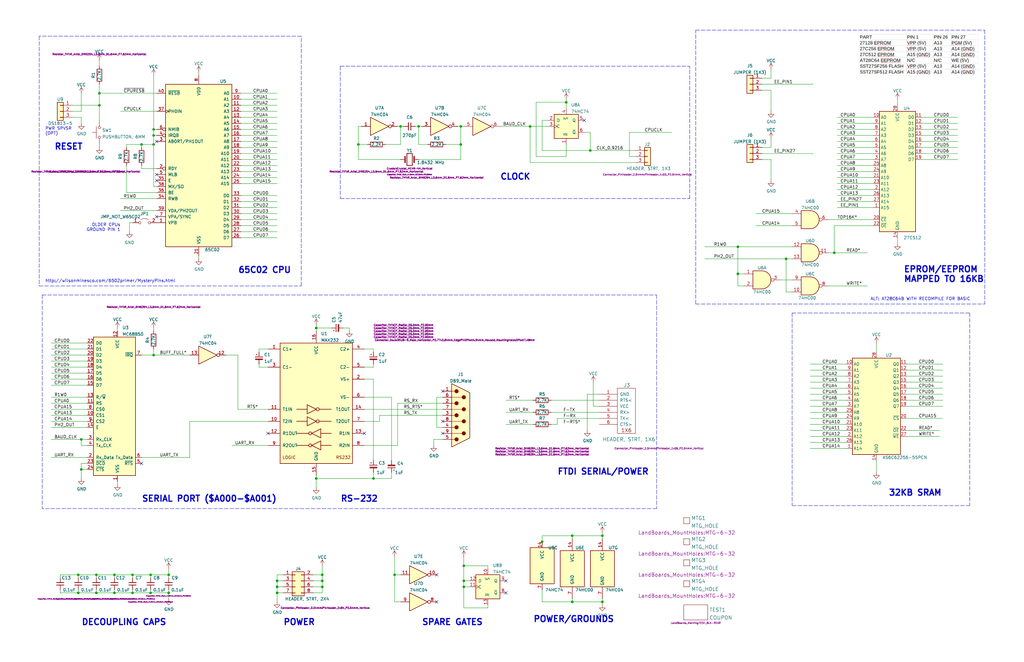
<source format=kicad_sch>
(kicad_sch (version 20211123) (generator eeschema)
  (paper "B")
  (title_block (title "SIMPLE-6502") (date "2022-09-11") (rev "1") (company "Land Boards LLC"))
  (junction (at 64.77 60.96))
  (junction (at 351.79 106.68))
  (junction (at 157.48 201.93))
  (junction (at 41.91 44.45))
  (junction (at 133.35 138.43))
  (junction (at 135.89 247.65))
  (junction (at 71.12 250.19))
  (junction (at 241.3 254))
  (junction (at 34.29 198.12))
  (junction (at 55.88 242.57))
  (junction (at 195.58 245.11))
  (junction (at 33.02 250.19))
  (junction (at 195.58 247.65))
  (junction (at 248.92 63.5))
  (junction (at 33.02 242.57))
  (junction (at 241.3 226.06))
  (junction (at 71.12 242.57))
  (junction (at 254 226.06))
  (junction (at 166.37 242.57))
  (junction (at 331.47 109.22))
  (junction (at 194.31 53.34))
  (junction (at 135.89 242.57))
  (junction (at 59.69 60.96))
  (junction (at 64.77 149.86))
  (junction (at 195.58 238.76))
  (junction (at 64.77 57.15))
  (junction (at 116.84 250.19))
  (junction (at 168.91 53.34))
  (junction (at 48.26 250.19))
  (junction (at 48.26 242.57))
  (junction (at 40.64 242.57))
  (junction (at 41.91 39.37))
  (junction (at 133.35 201.93))
  (junction (at 116.84 245.11))
  (junction (at 135.89 245.11))
  (junction (at 63.5 242.57))
  (junction (at 116.84 247.65))
  (junction (at 64.77 54.61))
  (junction (at 223.52 53.34))
  (junction (at 151.13 60.96))
  (junction (at 63.5 250.19))
  (junction (at 40.64 250.19))
  (junction (at 238.76 43.18))
  (junction (at 194.31 60.96))
  (junction (at 311.15 104.14))
  (junction (at 34.29 185.42))
  (junction (at 55.88 250.19))
  (junction (at 254 254))
  (junction (at 176.53 53.34))
  (junction (at 228.6 228.6))
  (junction (at 311.15 115.57))
  (no_connect (at 184.15 242.57))
  (no_connect (at 184.15 254))
  (no_connect (at 213.36 245.11))
  (no_connect (at 213.36 250.19))
  (no_connect (at 246.38 50.8))
  (no_connect (at 59.69 195.58))
  (no_connect (at 66.04 59.69))
  (no_connect (at 66.04 91.44))
  (no_connect (at 66.04 73.66))
  (no_connect (at 66.04 76.2))
  (no_connect (at 186.69 182.88))
  (no_connect (at 186.69 177.8))
  (no_connect (at 186.69 165.1))
  (no_connect (at 113.03 182.88))
  (no_connect (at 153.67 182.88))
  (wire (pts (xy 353.06 74.93) (xy 368.3 74.93)))
  (wire (pts (xy 48.26 242.57) (xy 48.26 243.84)))
  (wire (pts (xy 135.89 247.65) (xy 135.89 245.11)))
  (wire (pts (xy 267.97 66.04) (xy 265.43 66.04)))
  (wire (pts (xy 176.53 53.34) (xy 175.26 53.34)))
  (wire (pts (xy 101.6 57.15) (xy 116.84 57.15)))
  (polyline (pts (xy 293.37 12.7) (xy 415.29 12.7)))
  (wire (pts (xy 241.3 254) (xy 241.3 252.73)))
  (wire (pts (xy 153.67 154.94) (xy 157.48 154.94)))
  (wire (pts (xy 168.91 67.31) (xy 151.13 67.31)))
  (wire (pts (xy 153.67 172.72) (xy 186.69 172.72)))
  (wire (pts (xy 353.06 80.01) (xy 368.3 80.01)))
  (wire (pts (xy 97.79 187.96) (xy 113.03 187.96)))
  (wire (pts (xy 71.12 243.84) (xy 71.12 242.57)))
  (wire (pts (xy 101.6 97.79) (xy 116.84 97.79)))
  (wire (pts (xy 101.6 69.85) (xy 116.84 69.85)))
  (wire (pts (xy 223.52 68.58) (xy 223.52 53.34)))
  (wire (pts (xy 101.6 62.23) (xy 116.84 62.23)))
  (wire (pts (xy 116.84 250.19) (xy 116.84 254)))
  (wire (pts (xy 160.02 177.8) (xy 153.67 177.8)))
  (wire (pts (xy 21.59 175.26) (xy 36.83 175.26)))
  (wire (pts (xy 349.25 106.68) (xy 351.79 106.68)))
  (wire (pts (xy 349.25 92.71) (xy 368.3 92.71)))
  (wire (pts (xy 49.53 138.43) (xy 49.53 139.7)))
  (polyline (pts (xy 334.01 132.08) (xy 408.94 132.08)))
  (wire (pts (xy 318.77 95.25) (xy 334.01 95.25)))
  (wire (pts (xy 34.29 39.37) (xy 34.29 46.99)))
  (wire (pts (xy 80.01 177.8) (xy 113.03 177.8)))
  (wire (pts (xy 369.57 194.31) (xy 369.57 199.39)))
  (wire (pts (xy 54.61 93.98) (xy 54.61 97.79)))
  (wire (pts (xy 66.04 71.12) (xy 59.69 71.12)))
  (wire (pts (xy 241.3 226.06) (xy 228.6 226.06)))
  (wire (pts (xy 353.06 77.47) (xy 368.3 77.47)))
  (wire (pts (xy 40.64 242.57) (xy 40.64 243.84)))
  (wire (pts (xy 341.63 179.07) (xy 356.87 179.07)))
  (wire (pts (xy 30.48 44.45) (xy 41.91 44.45)))
  (wire (pts (xy 382.27 166.37) (xy 397.51 166.37)))
  (wire (pts (xy 176.53 60.96) (xy 180.34 60.96)))
  (wire (pts (xy 48.26 242.57) (xy 40.64 242.57)))
  (wire (pts (xy 168.91 53.34) (xy 168.91 60.96)))
  (wire (pts (xy 252.73 166.37) (xy 247.65 166.37)))
  (polyline (pts (xy 16.51 120.65) (xy 127 120.65)))
  (wire (pts (xy 213.36 173.99) (xy 224.79 173.99)))
  (wire (pts (xy 135.89 242.57) (xy 135.89 238.76)))
  (wire (pts (xy 71.12 248.92) (xy 71.12 250.19)))
  (wire (pts (xy 168.91 53.34) (xy 167.64 53.34)))
  (wire (pts (xy 231.14 50.8) (xy 228.6 50.8)))
  (wire (pts (xy 248.92 55.88) (xy 246.38 55.88)))
  (wire (pts (xy 59.69 149.86) (xy 64.77 149.86)))
  (wire (pts (xy 119.38 242.57) (xy 116.84 242.57)))
  (wire (pts (xy 177.8 53.34) (xy 176.53 53.34)))
  (wire (pts (xy 41.91 25.4) (xy 41.91 27.94)))
  (wire (pts (xy 321.31 38.1) (xy 325.12 38.1)))
  (wire (pts (xy 34.29 185.42) (xy 36.83 185.42)))
  (wire (pts (xy 341.63 181.61) (xy 356.87 181.61)))
  (polyline (pts (xy 334.01 132.08) (xy 334.01 213.36)))
  (wire (pts (xy 49.53 203.2) (xy 49.53 204.47)))
  (wire (pts (xy 41.91 60.96) (xy 41.91 62.23)))
  (wire (pts (xy 388.62 54.61) (xy 403.86 54.61)))
  (wire (pts (xy 250.19 161.29) (xy 250.19 171.45)))
  (wire (pts (xy 25.4 250.19) (xy 33.02 250.19)))
  (wire (pts (xy 341.63 156.21) (xy 356.87 156.21)))
  (wire (pts (xy 21.59 152.4) (xy 36.83 152.4)))
  (wire (pts (xy 160.02 175.26) (xy 160.02 177.8)))
  (wire (pts (xy 30.48 46.99) (xy 34.29 46.99)))
  (wire (pts (xy 151.13 60.96) (xy 154.94 60.96)))
  (wire (pts (xy 368.3 95.25) (xy 351.79 95.25)))
  (wire (pts (xy 133.35 138.43) (xy 133.35 139.7)))
  (wire (pts (xy 64.77 147.32) (xy 64.77 149.86)))
  (wire (pts (xy 254 252.73) (xy 254 254)))
  (wire (pts (xy 328.93 118.11) (xy 334.01 118.11)))
  (wire (pts (xy 223.52 53.34) (xy 210.82 53.34)))
  (wire (pts (xy 34.29 198.12) (xy 36.83 198.12)))
  (wire (pts (xy 238.76 60.96) (xy 238.76 66.04)))
  (wire (pts (xy 228.6 228.6) (xy 228.6 229.87)))
  (wire (pts (xy 388.62 57.15) (xy 403.86 57.15)))
  (wire (pts (xy 353.06 52.07) (xy 368.3 52.07)))
  (wire (pts (xy 116.84 245.11) (xy 119.38 245.11)))
  (wire (pts (xy 64.77 57.15) (xy 66.04 57.15)))
  (wire (pts (xy 34.29 195.58) (xy 34.29 198.12)))
  (wire (pts (xy 25.4 242.57) (xy 33.02 242.57)))
  (wire (pts (xy 382.27 161.29) (xy 397.51 161.29)))
  (wire (pts (xy 195.58 234.95) (xy 195.58 238.76)))
  (wire (pts (xy 63.5 248.92) (xy 63.5 250.19)))
  (wire (pts (xy 213.36 179.07) (xy 224.79 179.07)))
  (wire (pts (xy 109.22 153.67) (xy 109.22 154.94)))
  (wire (pts (xy 21.59 167.64) (xy 36.83 167.64)))
  (wire (pts (xy 349.25 120.65) (xy 365.76 120.65)))
  (wire (pts (xy 226.06 43.18) (xy 238.76 43.18)))
  (wire (pts (xy 133.35 137.16) (xy 133.35 138.43)))
  (wire (pts (xy 176.53 53.34) (xy 176.53 60.96)))
  (wire (pts (xy 132.08 245.11) (xy 135.89 245.11)))
  (wire (pts (xy 265.43 55.88) (xy 283.21 55.88)))
  (wire (pts (xy 353.06 64.77) (xy 368.3 64.77)))
  (wire (pts (xy 153.67 187.96) (xy 167.64 187.96)))
  (wire (pts (xy 64.77 57.15) (xy 64.77 60.96)))
  (polyline (pts (xy 143.51 83.82) (xy 290.83 83.82)))
  (wire (pts (xy 101.6 72.39) (xy 116.84 72.39)))
  (wire (pts (xy 321.31 67.31) (xy 325.12 67.31)))
  (wire (pts (xy 353.06 87.63) (xy 368.3 87.63)))
  (wire (pts (xy 144.78 138.43) (xy 147.32 138.43)))
  (wire (pts (xy 195.58 256.54) (xy 195.58 247.65)))
  (wire (pts (xy 132.08 247.65) (xy 135.89 247.65)))
  (polyline (pts (xy 127 15.24) (xy 16.51 15.24)))
  (wire (pts (xy 64.77 31.75) (xy 64.77 54.61)))
  (wire (pts (xy 341.63 189.23) (xy 356.87 189.23)))
  (wire (pts (xy 40.64 248.92) (xy 40.64 250.19)))
  (wire (pts (xy 40.64 250.19) (xy 33.02 250.19)))
  (wire (pts (xy 353.06 82.55) (xy 368.3 82.55)))
  (wire (pts (xy 378.46 100.33) (xy 378.46 102.87)))
  (wire (pts (xy 353.06 69.85) (xy 368.3 69.85)))
  (wire (pts (xy 228.6 248.92) (xy 228.6 254)))
  (wire (pts (xy 135.89 245.11) (xy 135.89 242.57)))
  (wire (pts (xy 53.34 62.23) (xy 53.34 60.96)))
  (wire (pts (xy 34.29 198.12) (xy 34.29 201.93)))
  (wire (pts (xy 184.15 180.34) (xy 184.15 167.64)))
  (wire (pts (xy 254 226.06) (xy 241.3 226.06)))
  (wire (pts (xy 341.63 166.37) (xy 356.87 166.37)))
  (polyline (pts (xy 143.51 27.94) (xy 290.83 27.94)))
  (wire (pts (xy 21.59 170.18) (xy 36.83 170.18)))
  (wire (pts (xy 21.59 157.48) (xy 36.83 157.48)))
  (wire (pts (xy 388.62 67.31) (xy 403.86 67.31)))
  (wire (pts (xy 83.82 30.48) (xy 83.82 31.75)))
  (wire (pts (xy 157.48 154.94) (xy 157.48 153.67)))
  (wire (pts (xy 321.31 62.23) (xy 325.12 62.23)))
  (wire (pts (xy 21.59 193.04) (xy 36.83 193.04)))
  (wire (pts (xy 133.35 200.66) (xy 133.35 201.93)))
  (wire (pts (xy 165.1 201.93) (xy 165.1 199.39)))
  (wire (pts (xy 59.69 60.96) (xy 64.77 60.96)))
  (wire (pts (xy 228.6 50.8) (xy 228.6 63.5)))
  (wire (pts (xy 157.48 147.32) (xy 157.48 148.59)))
  (wire (pts (xy 55.88 242.57) (xy 63.5 242.57)))
  (wire (pts (xy 382.27 176.53) (xy 397.51 176.53)))
  (wire (pts (xy 382.27 181.61) (xy 396.24 181.61)))
  (wire (pts (xy 166.37 242.57) (xy 168.91 242.57)))
  (wire (pts (xy 388.62 59.69) (xy 403.86 59.69)))
  (polyline (pts (xy 16.51 15.24) (xy 16.51 120.65)))
  (wire (pts (xy 186.69 175.26) (xy 160.02 175.26)))
  (wire (pts (xy 21.59 154.94) (xy 36.83 154.94)))
  (wire (pts (xy 21.59 177.8) (xy 36.83 177.8)))
  (polyline (pts (xy 276.86 124.46) (xy 276.86 214.63)))
  (wire (pts (xy 101.6 44.45) (xy 116.84 44.45)))
  (wire (pts (xy 151.13 67.31) (xy 151.13 60.96)))
  (wire (pts (xy 157.48 194.31) (xy 157.48 160.02)))
  (wire (pts (xy 41.91 44.45) (xy 41.91 50.8)))
  (polyline (pts (xy 408.94 132.08) (xy 408.94 213.36)))
  (wire (pts (xy 388.62 62.23) (xy 403.86 62.23)))
  (wire (pts (xy 101.6 49.53) (xy 116.84 49.53)))
  (wire (pts (xy 21.59 162.56) (xy 36.83 162.56)))
  (wire (pts (xy 113.03 154.94) (xy 109.22 154.94)))
  (wire (pts (xy 313.69 120.65) (xy 311.15 120.65)))
  (wire (pts (xy 325.12 58.42) (xy 325.12 62.23)))
  (wire (pts (xy 194.31 67.31) (xy 194.31 60.96)))
  (wire (pts (xy 331.47 109.22) (xy 334.01 109.22)))
  (wire (pts (xy 267.97 68.58) (xy 223.52 68.58)))
  (wire (pts (xy 116.84 250.19) (xy 119.38 250.19)))
  (wire (pts (xy 297.18 104.14) (xy 311.15 104.14)))
  (wire (pts (xy 254 254) (xy 254 255.27)))
  (wire (pts (xy 297.18 109.22) (xy 331.47 109.22)))
  (wire (pts (xy 101.6 52.07) (xy 116.84 52.07)))
  (wire (pts (xy 53.34 69.85) (xy 53.34 81.28)))
  (polyline (pts (xy 276.86 214.63) (xy 17.78 214.63)))
  (wire (pts (xy 226.06 66.04) (xy 226.06 43.18)))
  (wire (pts (xy 241.3 254) (xy 228.6 254)))
  (wire (pts (xy 232.41 179.07) (xy 234.95 179.07)))
  (wire (pts (xy 353.06 54.61) (xy 368.3 54.61)))
  (wire (pts (xy 353.06 72.39) (xy 368.3 72.39)))
  (wire (pts (xy 331.47 123.19) (xy 334.01 123.19)))
  (wire (pts (xy 25.4 242.57) (xy 25.4 243.84)))
  (wire (pts (xy 133.35 138.43) (xy 139.7 138.43)))
  (wire (pts (xy 341.63 153.67) (xy 356.87 153.67)))
  (wire (pts (xy 341.63 161.29) (xy 356.87 161.29)))
  (wire (pts (xy 254 254) (xy 241.3 254)))
  (wire (pts (xy 64.77 78.74) (xy 66.04 78.74)))
  (wire (pts (xy 351.79 95.25) (xy 351.79 106.68)))
  (wire (pts (xy 101.6 95.25) (xy 116.84 95.25)))
  (wire (pts (xy 341.63 186.69) (xy 356.87 186.69)))
  (wire (pts (xy 101.6 87.63) (xy 116.84 87.63)))
  (wire (pts (xy 321.31 35.56) (xy 342.9 35.56)))
  (wire (pts (xy 21.59 144.78) (xy 36.83 144.78)))
  (wire (pts (xy 101.6 85.09) (xy 116.84 85.09)))
  (wire (pts (xy 36.83 195.58) (xy 34.29 195.58)))
  (wire (pts (xy 21.59 185.42) (xy 34.29 185.42)))
  (wire (pts (xy 325.12 38.1) (xy 325.12 46.99)))
  (wire (pts (xy 64.77 60.96) (xy 64.77 78.74)))
  (wire (pts (xy 101.6 39.37) (xy 116.84 39.37)))
  (wire (pts (xy 83.82 107.95) (xy 83.82 109.22)))
  (wire (pts (xy 318.77 90.17) (xy 334.01 90.17)))
  (wire (pts (xy 321.31 33.02) (xy 325.12 33.02)))
  (wire (pts (xy 341.63 171.45) (xy 356.87 171.45)))
  (wire (pts (xy 100.33 172.72) (xy 113.03 172.72)))
  (wire (pts (xy 195.58 245.11) (xy 195.58 247.65)))
  (wire (pts (xy 59.69 193.04) (xy 80.01 193.04)))
  (wire (pts (xy 252.73 171.45) (xy 250.19 171.45)))
  (wire (pts (xy 325.12 67.31) (xy 325.12 76.2)))
  (wire (pts (xy 205.74 256.54) (xy 195.58 256.54)))
  (wire (pts (xy 252.73 176.53) (xy 234.95 176.53)))
  (wire (pts (xy 353.06 67.31) (xy 368.3 67.31)))
  (wire (pts (xy 64.77 149.86) (xy 80.01 149.86)))
  (wire (pts (xy 341.63 168.91) (xy 356.87 168.91)))
  (wire (pts (xy 21.59 160.02) (xy 36.83 160.02)))
  (polyline (pts (xy 415.29 12.7) (xy 415.29 128.27)))
  (wire (pts (xy 166.37 254) (xy 168.91 254)))
  (wire (pts (xy 71.12 250.19) (xy 71.12 252.73)))
  (wire (pts (xy 353.06 49.53) (xy 368.3 49.53)))
  (wire (pts (xy 186.69 180.34) (xy 184.15 180.34)))
  (wire (pts (xy 21.59 172.72) (xy 36.83 172.72)))
  (wire (pts (xy 238.76 43.18) (xy 238.76 45.72)))
  (wire (pts (xy 101.6 77.47) (xy 116.84 77.47)))
  (wire (pts (xy 53.34 81.28) (xy 66.04 81.28)))
  (wire (pts (xy 341.63 184.15) (xy 356.87 184.15)))
  (wire (pts (xy 195.58 245.11) (xy 198.12 245.11)))
  (wire (pts (xy 55.88 250.19) (xy 55.88 248.92)))
  (wire (pts (xy 21.59 147.32) (xy 36.83 147.32)))
  (wire (pts (xy 157.48 201.93) (xy 165.1 201.93)))
  (wire (pts (xy 109.22 148.59) (xy 109.22 147.32)))
  (wire (pts (xy 321.31 64.77) (xy 342.9 64.77)))
  (wire (pts (xy 147.32 138.43) (xy 147.32 139.7)))
  (wire (pts (xy 254 224.79) (xy 254 226.06)))
  (wire (pts (xy 194.31 53.34) (xy 195.58 53.34)))
  (wire (pts (xy 64.77 54.61) (xy 66.04 54.61)))
  (wire (pts (xy 63.5 243.84) (xy 63.5 242.57)))
  (wire (pts (xy 21.59 180.34) (xy 36.83 180.34)))
  (wire (pts (xy 382.27 156.21) (xy 397.51 156.21)))
  (wire (pts (xy 151.13 53.34) (xy 151.13 60.96)))
  (wire (pts (xy 254 226.06) (xy 254 227.33)))
  (wire (pts (xy 353.06 85.09) (xy 368.3 85.09)))
  (wire (pts (xy 53.34 60.96) (xy 59.69 60.96)))
  (wire (pts (xy 167.64 170.18) (xy 186.69 170.18)))
  (wire (pts (xy 165.1 167.64) (xy 165.1 194.31)))
  (wire (pts (xy 25.4 250.19) (xy 25.4 248.92)))
  (wire (pts (xy 167.64 170.18) (xy 167.64 187.96)))
  (wire (pts (xy 153.67 167.64) (xy 165.1 167.64)))
  (wire (pts (xy 241.3 226.06) (xy 241.3 227.33)))
  (wire (pts (xy 153.67 147.32) (xy 157.48 147.32)))
  (polyline (pts (xy 143.51 27.94) (xy 143.51 83.82)))
  (wire (pts (xy 116.84 247.65) (xy 116.84 250.19)))
  (wire (pts (xy 63.5 242.57) (xy 71.12 242.57)))
  (wire (pts (xy 231.14 53.34) (xy 223.52 53.34)))
  (wire (pts (xy 33.02 250.19) (xy 33.02 248.92)))
  (wire (pts (xy 382.27 184.15) (xy 396.24 184.15)))
  (wire (pts (xy 194.31 53.34) (xy 193.04 53.34)))
  (wire (pts (xy 187.96 60.96) (xy 194.31 60.96)))
  (wire (pts (xy 41.91 39.37) (xy 41.91 35.56)))
  (wire (pts (xy 101.6 59.69) (xy 116.84 59.69)))
  (wire (pts (xy 101.6 92.71) (xy 116.84 92.71)))
  (wire (pts (xy 247.65 166.37) (xy 247.65 181.61)))
  (wire (pts (xy 21.59 149.86) (xy 36.83 149.86)))
  (wire (pts (xy 40.64 242.57) (xy 33.02 242.57)))
  (wire (pts (xy 388.62 52.07) (xy 403.86 52.07)))
  (wire (pts (xy 41.91 39.37) (xy 41.91 44.45)))
  (wire (pts (xy 63.5 250.19) (xy 55.88 250.19)))
  (wire (pts (xy 378.46 41.91) (xy 378.46 44.45)))
  (wire (pts (xy 50.8 46.99) (xy 66.04 46.99)))
  (wire (pts (xy 238.76 66.04) (xy 226.06 66.04)))
  (wire (pts (xy 80.01 193.04) (xy 80.01 177.8)))
  (wire (pts (xy 133.35 201.93) (xy 133.35 205.74)))
  (polyline (pts (xy 293.37 128.27) (xy 293.37 12.7)))
  (polyline (pts (xy 127 120.65) (xy 127 15.24)))
  (wire (pts (xy 101.6 74.93) (xy 116.84 74.93)))
  (wire (pts (xy 351.79 106.68) (xy 365.76 106.68)))
  (wire (pts (xy 48.26 250.19) (xy 40.64 250.19)))
  (wire (pts (xy 71.12 240.03) (xy 71.12 242.57)))
  (wire (pts (xy 182.88 185.42) (xy 186.69 185.42)))
  (wire (pts (xy 311.15 104.14) (xy 311.15 115.57)))
  (wire (pts (xy 311.15 115.57) (xy 311.15 120.65)))
  (wire (pts (xy 64.77 138.43) (xy 64.77 139.7)))
  (wire (pts (xy 166.37 234.95) (xy 166.37 242.57)))
  (wire (pts (xy 248.92 63.5) (xy 248.92 55.88)))
  (wire (pts (xy 232.41 173.99) (xy 252.73 173.99)))
  (wire (pts (xy 132.08 242.57) (xy 135.89 242.57)))
  (wire (pts (xy 232.41 168.91) (xy 252.73 168.91)))
  (wire (pts (xy 34.29 49.53) (xy 34.29 52.07)))
  (wire (pts (xy 100.33 149.86) (xy 100.33 172.72)))
  (wire (pts (xy 48.26 248.92) (xy 48.26 250.19)))
  (wire (pts (xy 195.58 238.76) (xy 195.58 245.11)))
  (wire (pts (xy 341.63 173.99) (xy 356.87 173.99)))
  (wire (pts (xy 205.74 240.03) (xy 205.74 238.76)))
  (wire (pts (xy 157.48 201.93) (xy 157.48 199.39)))
  (wire (pts (xy 135.89 250.19) (xy 135.89 247.65)))
  (wire (pts (xy 369.57 144.78) (xy 369.57 148.59)))
  (wire (pts (xy 55.88 250.19) (xy 48.26 250.19)))
  (wire (pts (xy 101.6 100.33) (xy 116.84 100.33)))
  (wire (pts (xy 182.88 185.42) (xy 182.88 187.96)))
  (wire (pts (xy 228.6 226.06) (xy 228.6 228.6)))
  (wire (pts (xy 228.6 63.5) (xy 248.92 63.5)))
  (wire (pts (xy 382.27 168.91) (xy 397.51 168.91)))
  (wire (pts (xy 388.62 64.77) (xy 403.86 64.77)))
  (wire (pts (xy 168.91 60.96) (xy 162.56 60.96)))
  (wire (pts (xy 353.06 62.23) (xy 368.3 62.23)))
  (wire (pts (xy 101.6 64.77) (xy 116.84 64.77)))
  (wire (pts (xy 353.06 57.15) (xy 368.3 57.15)))
  (wire (pts (xy 50.8 88.9) (xy 66.04 88.9)))
  (wire (pts (xy 50.8 83.82) (xy 66.04 83.82)))
  (wire (pts (xy 311.15 115.57) (xy 313.69 115.57)))
  (wire (pts (xy 116.84 242.57) (xy 116.84 245.11)))
  (wire (pts (xy 71.12 250.19) (xy 63.5 250.19)))
  (wire (pts (xy 382.27 171.45) (xy 397.51 171.45)))
  (wire (pts (xy 55.88 242.57) (xy 48.26 242.57)))
  (wire (pts (xy 95.25 149.86) (xy 100.33 149.86)))
  (wire (pts (xy 341.63 176.53) (xy 356.87 176.53)))
  (wire (pts (xy 101.6 46.99) (xy 116.84 46.99)))
  (wire (pts (xy 101.6 67.31) (xy 116.84 67.31)))
  (wire (pts (xy 109.22 147.32) (xy 113.03 147.32)))
  (wire (pts (xy 55.88 243.84) (xy 55.88 242.57)))
  (wire (pts (xy 184.15 167.64) (xy 186.69 167.64)))
  (wire (pts (xy 34.29 187.96) (xy 36.83 187.96)))
  (wire (pts (xy 382.27 158.75) (xy 397.51 158.75)))
  (wire (pts (xy 265.43 66.04) (xy 265.43 55.88)))
  (wire (pts (xy 116.84 245.11) (xy 116.84 247.65)))
  (wire (pts (xy 170.18 53.34) (xy 168.91 53.34)))
  (wire (pts (xy 194.31 60.96) (xy 194.31 53.34)))
  (polyline (pts (xy 290.83 83.82) (xy 290.83 27.94)))
  (polyline (pts (xy 293.37 128.27) (xy 415.29 128.27)))
  (wire (pts (xy 382.27 153.67) (xy 397.51 153.67)))
  (wire (pts (xy 238.76 41.91) (xy 238.76 43.18)))
  (wire (pts (xy 341.63 163.83) (xy 356.87 163.83)))
  (wire (pts (xy 248.92 63.5) (xy 267.97 63.5)))
  (wire (pts (xy 213.36 168.91) (xy 224.79 168.91)))
  (wire (pts (xy 55.88 93.98) (xy 54.61 93.98)))
  (wire (pts (xy 33.02 242.57) (xy 33.02 243.84)))
  (wire (pts (xy 353.06 59.69) (xy 368.3 59.69)))
  (wire (pts (xy 41.91 39.37) (xy 66.04 39.37)))
  (wire (pts (xy 133.35 201.93) (xy 157.48 201.93)))
  (wire (pts (xy 341.63 158.75) (xy 356.87 158.75)))
  (wire (pts (xy 382.27 163.83) (xy 397.51 163.83)))
  (wire (pts (xy 166.37 242.57) (xy 166.37 254)))
  (polyline (pts (xy 408.94 213.36) (xy 334.01 213.36)))
  (polyline (pts (xy 17.78 124.46) (xy 17.78 214.63)))
  (wire (pts (xy 101.6 41.91) (xy 116.84 41.91)))
  (wire (pts (xy 234.95 176.53) (xy 234.95 179.07)))
  (wire (pts (xy 116.84 247.65) (xy 119.38 247.65)))
  (wire (pts (xy 101.6 54.61) (xy 116.84 54.61)))
  (wire (pts (xy 176.53 67.31) (xy 194.31 67.31)))
  (wire (pts (xy 101.6 90.17) (xy 116.84 90.17)))
  (wire (pts (xy 325.12 29.21) (xy 325.12 33.02)))
  (wire (pts (xy 34.29 185.42) (xy 34.29 187.96)))
  (wire (pts (xy 311.15 104.14) (xy 334.01 104.14)))
  (wire (pts (xy 157.48 160.02) (xy 153.67 160.02)))
  (wire (pts (xy 195.58 247.65) (xy 198.12 247.65)))
  (wire (pts (xy 30.48 49.53) (xy 34.29 49.53)))
  (wire (pts (xy 388.62 49.53) (xy 403.86 49.53)))
  (wire (pts (xy 59.69 71.12) (xy 59.69 69.85)))
  (wire (pts (xy 205.74 255.27) (xy 205.74 256.54)))
  (polyline (pts (xy 17.78 124.46) (xy 276.86 124.46)))
  (wire (pts (xy 205.74 238.76) (xy 195.58 238.76)))
  (wire (pts (xy 132.08 250.19) (xy 135.89 250.19)))
  (wire (pts (xy 59.69 62.23) (xy 59.69 60.96)))
  (wire (pts (xy 152.4 53.34) (xy 151.13 53.34)))
  (wire (pts (xy 331.47 109.22) (xy 331.47 123.19)))
  (wire (pts (xy 101.6 82.55) (xy 116.84 82.55)))
  (wire (pts (xy 64.77 54.61) (xy 64.77 57.15)))
  (image (at 387.35 22.86))
  (text "POWER" (at 119.38 264.16 0) (effects (font (size 2.54 2.54) (thickness 0.508) bold) (justify left bottom)))
  (text "RESET" (at 22.86 63.5 0) (effects (font (size 2.54 2.54) (thickness 0.508) bold) (justify left bottom)))
  (text "32KB SRAM" (at 374.65 209.55 0) (effects (font (size 2.54 2.54) (thickness 0.508) bold) (justify left bottom)))
  (text "DECOUPLING CAPS" (at 34.29 264.16 0) (effects (font (size 2.54 2.54) (thickness 0.508) bold) (justify left bottom)))
  (text "ALT: AT28C64B WITH RECOMPILE FOR BASIC" (at 367.03 127 0) (effects (font (size 1.27 1.27)) (justify left bottom)))
  (text "SPARE GATES" (at 177.8 264.16 0) (effects (font (size 2.54 2.54) (thickness 0.508) bold) (justify left bottom)))
  (text "FTDI SERIAL/POWER" (at 234.95 200.66 0) (effects (font (size 2.54 2.54) (thickness 0.508) bold) (justify left bottom)))
  (text "OLDER CPUs\nGROUND PIN 1" (at 50.8 97.79 180) (effects (font (size 1.27 1.27)) (justify right bottom)))
  (text "PWR SPVSR\n(OPT)" (at 19.05 57.15 0) (effects (font (size 1.27 1.27)) (justify left bottom)))
  (text "SERIAL PORT ($A000-$A001)" (at 59.69 212.09 0) (effects (font (size 2.54 2.54) (thickness 0.508) bold) (justify left bottom)))
  (text "POWER/GROUNDS" (at 224.79 262.89 0) (effects (font (size 2.54 2.54) (thickness 0.508) bold) (justify left bottom)))
  (text "http://wilsonminesco.com/6502primer/MysteryPins.html" (at 19.05 119.38 0) (effects (font (size 1.27 1.27)) (justify left bottom)))
  (text "65C02 CPU" (at 100.33 115.57 0) (effects (font (size 2.54 2.54) (thickness 0.508) bold) (justify left bottom)))
  (text "EPROM/EEPROM\nMAPPED TO 16KB" (at 381 119.38 0) (effects (font (size 2.54 2.54) (thickness 0.508) bold) (justify left bottom)))
  (text "CLOCK" (at 210.82 76.2 0) (effects (font (size 2.54 2.54) (thickness 0.508) bold) (justify left bottom)))
  (text "RS-232" (at 143.51 212.09 0) (effects (font (size 2.54 2.54) (thickness 0.508) bold) (justify left bottom)))
  (label "EE_PIN27" (at 354.33 85.09 0))
  (label "CPUD6" (at 106.68 97.79 0))
  (label "CPUA8" (at 354.33 69.85 0))
  (label "CPUA4" (at 346.71 163.83 0))
  (label "CPUA8" (at 346.71 173.99 0))
  (label "CPUA14" (at 321.31 95.25 0))
  (label "PH2_OUT" (at 22.86 180.34 0))
  (label "UART_RX" (at 214.63 173.99 0))
  (label "CPUA9" (at 106.68 62.23 0))
  (label "CPUA1" (at 106.68 41.91 0))
  (label "CPUD7" (at 387.35 171.45 0))
  (label "CPUD3" (at 387.35 161.29 0))
  (label "WRITE*" (at 387.35 184.15 0))
  (label "CPUD0" (at 387.35 153.67 0))
  (label "F-RTS*" (at 237.49 179.07 0))
  (label "BAUD_CLK" (at 22.86 185.42 0))
  (label "CPUA15" (at 387.35 176.53 0))
  (label "CPUA12" (at 106.68 69.85 0))
  (label "CPUD4" (at 22.86 154.94 0))
  (label "CPUD4" (at 393.7 59.69 0))
  (label "CPUA3" (at 106.68 46.99 0))
  (label "EE_PIN1" (at 326.39 35.56 0))
  (label "CPUA15" (at 106.68 77.47 0))
  (label "F-RX" (at 237.49 176.53 0))
  (label "CPUA7" (at 354.33 67.31 0))
  (label "CPUA6" (at 354.33 64.77 0))
  (label "CPUD7" (at 22.86 162.56 0))
  (label "CPUD1" (at 22.86 147.32 0))
  (label "CPUA0" (at 346.71 153.67 0))
  (label "CPUA15" (at 321.31 90.17 0))
  (label "EE_PIN1" (at 354.33 87.63 0))
  (label "CPUA15" (at 22.86 172.72 0))
  (label "R1W0" (at 52.07 83.82 0))
  (label "CPUD1" (at 387.35 156.21 0))
  (label "CPUD2" (at 22.86 149.86 0))
  (label "CPUD7" (at 106.68 100.33 0))
  (label "CPUD3" (at 106.68 90.17 0))
  (label "WRITE*" (at 356.87 120.65 0))
  (label "CPUD4" (at 106.68 92.71 0))
  (label "CPUD2" (at 387.35 158.75 0))
  (label "CPUD6" (at 22.86 160.02 0))
  (label "CPUA4" (at 354.33 59.69 0))
  (label "CPUA8" (at 106.68 59.69 0))
  (label "RS_RX" (at 170.18 170.18 0))
  (label "CPUA2" (at 106.68 44.45 0))
  (label "UART_RX" (at 22.86 193.04 0))
  (label "CPUA5" (at 346.71 166.37 0))
  (label "CPUD7" (at 393.7 67.31 0))
  (label "UART_RX" (at 99.06 187.96 0))
  (label "CPUA11" (at 354.33 77.47 0))
  (label "CPUD2" (at 393.7 54.61 0))
  (label "R1W0" (at 22.86 167.64 0))
  (label "READ*" (at 356.87 106.68 0))
  (label "CPUA13" (at 346.71 186.69 0))
  (label "PH2_OUT" (at 300.99 109.22 0))
  (label "CPUA12" (at 354.33 80.01 0))
  (label "CPUA3" (at 346.71 161.29 0))
  (label "CPUA13" (at 22.86 175.26 0))
  (label "R1W0" (at 300.99 104.14 0))
  (label "CPUA14" (at 106.68 74.93 0))
  (label "CPUD5" (at 22.86 157.48 0))
  (label "CPUA0" (at 22.86 170.18 0))
  (label "BAUD_CLK" (at 212.09 53.34 0))
  (label "CPUD3" (at 22.86 152.4 0))
  (label "CPUA10" (at 106.68 64.77 0))
  (label "READ*" (at 387.35 181.61 0))
  (label "CPUA2" (at 354.33 54.61 0))
  (label "UART_TX" (at 67.31 193.04 0))
  (label "CPUD5" (at 387.35 166.37 0))
  (label "CPUA12" (at 346.71 184.15 0))
  (label "CPUA1" (at 354.33 52.07 0))
  (label "EE_PIN27" (at 326.39 64.77 0))
  (label "CPUD3" (at 393.7 57.15 0))
  (label "CPUCLK" (at 271.78 55.88 0))
  (label "CPUA7" (at 346.71 171.45 0))
  (label "CPUD0" (at 393.7 49.53 0))
  (label "TOP16K*" (at 353.06 92.71 0))
  (label "CPUD2" (at 106.68 87.63 0))
  (label "CPUD5" (at 393.7 62.23 0))
  (label "CPUA9" (at 346.71 176.53 0))
  (label "CLK_0.9216" (at 251.46 63.5 0))
  (label "CPUA4" (at 106.68 49.53 0))
  (label "RS_RTS*" (at 170.18 172.72 0))
  (label "CPUA3" (at 354.33 57.15 0))
  (label "CPUA13" (at 106.68 72.39 0))
  (label "CPUA2" (at 346.71 158.75 0))
  (label "BUFF_FULL*" (at 67.31 149.86 0))
  (label "CPUA6" (at 106.68 54.61 0))
  (label "CPUA7" (at 106.68 57.15 0))
  (label "RTS*" (at 104.14 172.72 0))
  (label "CPUA5" (at 354.33 62.23 0))
  (label "CPUA5" (at 106.68 52.07 0))
  (label "CPUA10" (at 354.33 74.93 0))
  (label "CPUA9" (at 354.33 72.39 0))
  (label "CPUD0" (at 106.68 82.55 0))
  (label "CPUA11" (at 106.68 67.31 0))
  (label "UART_TX" (at 214.63 179.07 0))
  (label "CPUA1" (at 346.71 156.21 0))
  (label "PH2_OUT" (at 52.07 88.9 0))
  (label "RTS*" (at 214.63 168.91 0))
  (label "F-TX" (at 237.49 173.99 0))
  (label "CPUD1" (at 106.68 85.09 0))
  (label "CPUD5" (at 106.68 95.25 0))
  (label "CPUCLK" (at 52.07 46.99 0))
  (label "CPUD0" (at 22.86 144.78 0))
  (label "CPUA13" (at 354.33 82.55 0))
  (label "CPUA11" (at 346.71 181.61 0))
  (label "CPUA14" (at 346.71 189.23 0))
  (label "CPUA0" (at 354.33 49.53 0))
  (label "CPUA0" (at 106.68 39.37 0))
  (label "CPUA10" (at 346.71 179.07 0))
  (label "CPUD4" (at 387.35 163.83 0))
  (label "RS_TX" (at 170.18 175.26 0))
  (label "~{CPURESB}" (at 52.07 39.37 0))
  (label "CPUD6" (at 387.35 168.91 0))
  (label "CPUA14" (at 22.86 177.8 0))
  (label "CPUD6" (at 393.7 64.77 0))
  (label "CPUA6" (at 346.71 168.91 0))
  (label "CPUD1" (at 393.7 52.07 0))
  (symbol (lib_id "power:GND") (at 83.82 109.22 0) (unit 1)
    (property "Reference" "#PWR0101" (effects hide))
    (property "Value" "GND" (at 83.947 113.6142 0))
  )
  (symbol (lib_id "power:VCC") (at 250.19 161.29 0) (unit 1)
    (property "Reference" "#PWR0126" (effects hide))
    (property "Value" "VCC" (at 250.19 157.6855 0))
  )
  (symbol (lib_id "power:VCC") (at 378.46 41.91 0) (unit 1)
    (property "Reference" "#PWR0108" (effects hide))
    (property "Value" "VCC" (at 378.46 38.3055 0))
  )
  (symbol (lib_id "power:GND") (at 325.12 46.99 0) (unit 1)
    (property "Reference" "#PWR0134" (effects hide))
    (property "Value" "GND" (at 325.247 51.3842 0))
  )
  (symbol (lib_id "Switch:SW_Push") (at 41.91 55.88 90) (unit 1)
    (property "Reference" "SW1" (at 43.053 54.9715 90) (effects (justify right)))
    (property "Value" "PUSHBUTTON, 6MM" (at 43.053 57.7466 90) (effects (justify right)))
    (property "Footprint" "Button_Switch_THT:SW_PUSH_6mm_H8.5mm" (effects hide))
  )
  (symbol (lib_id "Device:R") (at 228.6 173.99 90) (unit 1)
    (property "Reference" "R6" (at 228.6 171.45 90))
    (property "Value" "2.7K" (at 228.6 173.99 90))
    (property "Footprint" "Resistor_THT:R_Axial_DIN0204_L3.6mm_D1.6mm_P7.62mm_Horizontal" (at 228.6 190.5 90) (effects (font (size 0.762 0.762))))
    (property "Datasheet" "https://www.mouser.com/ProductDetail/Xicon/299-2.2K-RC?qs=QaPBMFBEHz3RDbXknTj%252ByA%3D%3D" (effects hide))
  )
  (symbol (lib_id "Connector_Generic:Conn_01x03") (at 316.23 35.56 0) (mirror y) (unit 1)
    (property "Reference" "J5" (at 316.23 27.7835 0))
    (property "Value" "JUMPER (1X3)" (at 316.23 30.5586 0))
    (property "Footprint" "Connector_PinHeader_2.54mm:PinHeader_1x03_P2.54mm_Vertical" (effects hide))
  )
  (symbol (lib_id "74xx:74LS04") (at 160.02 53.34 0) (unit 1)
    (property "Reference" "U7" (at 160.02 45.5635 0))
    (property "Value" "74HC04" (at 160.02 48.3386 0))
    (property "Footprint" "Package_DIP:DIP-14_W7.62mm_LongPads" (effects hide))
    (property "Datasheet" "https://www.mouser.com/ProductDetail/Texas-Instruments/SN74HC04AN?qs=byeeYqUIh0N6S9uYkR6RCw%3D%3D" (effects hide))
  )
  (symbol (lib_id "power:VCC") (at 195.58 234.95 0) (unit 1)
    (property "Reference" "#PWR0118" (effects hide))
    (property "Value" "VCC" (at 195.58 231.3455 0))
  )
  (symbol (lib_id "Device:C_Small") (at 40.64 246.38 180) (unit 1)
    (property "Reference" "C11" (at 43.18 243.84 0))
    (property "Value" "0.1uF" (at 44.45 248.92 0))
    (property "Footprint" "Capacitor_THT:C_Rect_L4.0mm_W2.5mm_P2.50mm" (at 40.64 252.73 0) (effects (font (size 0.508 0.508))))
  )
  (symbol (lib_id "Device:C_Small") (at 63.5 246.38 180) (unit 1)
    (property "Reference" "C8" (at 66.04 243.84 0))
    (property "Value" "0.1uF" (at 67.31 248.92 0))
    (property "Footprint" "Capacitor_THT:C_Rect_L4.0mm_W2.5mm_P2.50mm" (at 63.5 254 0) (effects (font (size 0.508 0.508))))
  )
  (symbol (lib_id "Interface_UART:MAX232") (at 133.35 170.18 0) (unit 1)
    (property "Reference" "U1" (at 135.3694 140.8135 0) (effects (justify left)))
    (property "Value" "MAX232" (at 135.3694 143.5886 0) (effects (justify left)))
    (property "Footprint" "Package_DIP:DIP-16_W7.62mm_LongPads" (effects hide))
    (property "Datasheet" "http://www.ti.com/lit/ds/symlink/max232.pdf" (effects hide))
  )
  (symbol (lib_id "Connector_Generic:Conn_01x03") (at 273.05 66.04 0) (unit 1)
    (property "Reference" "J2" (at 271.78 60.96 0) (effects (justify left)))
    (property "Value" "HEADER, STRT, 1X3" (at 264.16 71.12 0) (effects (justify left)))
    (property "Footprint" "Connector_PinHeader_2.54mm:PinHeader_1x03_P2.54mm_Vertical" (at 273.05 73.66 0) (effects (font (size 0.762 0.762))))
  )
  (symbol (lib_id "Device:R") (at 59.69 66.04 0) (unit 1)
    (property "Reference" "R8" (at 57.15 66.04 90))
    (property "Value" "2.7K" (at 59.69 66.04 90))
    (property "Footprint" "Resistor_THT:R_Axial_DIN0204_L3.6mm_D1.6mm_P7.62mm_Horizontal" (at 39.37 72.39 0) (effects (font (size 0.762 0.762))))
    (property "Datasheet" "https://www.mouser.com/ProductDetail/Xicon/299-2.2K-RC?qs=QaPBMFBEHz3RDbXknTj%252ByA%3D%3D" (effects hide))
  )
  (symbol (lib_id "power:GND") (at 247.65 181.61 0) (unit 1)
    (property "Reference" "#PWR0127" (effects hide))
    (property "Value" "GND" (at 247.777 186.0042 0))
  )
  (symbol (lib_id "74xx:74LS00") (at 341.63 106.68 0) (unit 4)
    (property "Reference" "U6" (at 341.63 101.6 0))
    (property "Value" "74HC00" (at 341.63 111.76 0))
    (property "Footprint" "Package_DIP:DIP-14_W7.62mm_LongPads" (effects hide))
    (property "Datasheet" "https://www.mouser.com/ProductDetail/595-SN74HC00AN" (effects hide))
  )
  (symbol (lib_id "power:GND") (at 182.88 187.96 0) (unit 1)
    (property "Reference" "#PWR0123" (effects hide))
    (property "Value" "GND" (at 183.007 192.3542 0))
  )
  (symbol (lib_id "power:GND") (at 71.12 252.73 0) (unit 1)
    (property "Reference" "#PWR0106" (effects hide))
    (property "Value" "GND" (at 71.247 257.1242 0))
  )
  (symbol (lib_id "74xx:74LS04") (at 254 240.03 0) (unit 7)
    (property "Reference" "U7" (at 256.54 231.14 0) (effects (justify left)))
    (property "Value" "74HC04" (at 255.27 248.92 0) (effects (justify left)))
    (property "Footprint" "Package_DIP:DIP-14_W7.62mm_LongPads" (effects hide))
    (property "Datasheet" "https://www.mouser.com/ProductDetail/Texas-Instruments/SN74HC04AN?qs=byeeYqUIh0N6S9uYkR6RCw%3D%3D" (effects hide))
  )
  (symbol (lib_id "Connector_Generic:Conn_02x04_Odd_Even") (at 124.46 245.11 0) (unit 1)
    (property "Reference" "J4" (at 125.73 240.03 0))
    (property "Value" "HEADER, STRT, 2X4" (at 129.54 252.73 0))
    (property "Footprint" "Connector_PinHeader_2.54mm:PinHeader_2x04_P2.54mm_Vertical" (at 137.16 256.54 0) (effects (font (size 0.762 0.762) bold)))
  )
  (symbol (lib_id "Device:R") (at 53.34 66.04 0) (unit 1)
    (property "Reference" "R9" (at 50.8 66.04 90))
    (property "Value" "2.7K" (at 53.34 66.04 90))
    (property "Footprint" "Resistor_THT:R_Axial_DIN0204_L3.6mm_D1.6mm_P7.62mm_Horizontal" (at 33.02 72.39 0) (effects (font (size 0.762 0.762))))
    (property "Datasheet" "https://www.mouser.com/ProductDetail/Xicon/299-2.2K-RC?qs=QaPBMFBEHz3RDbXknTj%252ByA%3D%3D" (effects hide))
  )
  (symbol (lib_id "Device:C_Polarized_Small") (at 142.24 138.43 90) (unit 1)
    (property "Reference" "C5" (at 140.7854 136.271 0) (effects (justify left)))
    (property "Value" "47uF" (at 143.5605 136.271 0) (effects (justify left)))
    (property "Footprint" "Capacitor_THT:CP_Radial_D5.0mm_P2.00mm" (at 170.18 137.16 90) (effects (font (size 0.762 0.762) bold)))
  )
  (symbol (lib_id "power:GND") (at 147.32 139.7 0) (unit 1)
    (property "Reference" "#PWR0117" (effects hide))
    (property "Value" "GND" (at 147.447 144.0942 0))
  )
  (symbol (lib_id "power:GND") (at 378.46 102.87 0) (unit 1)
    (property "Reference" "#PWR0109" (effects hide))
    (property "Value" "GND" (at 378.587 107.2642 0))
  )
  (symbol (lib_id "Connector_Generic:Conn_01x03") (at 25.4 46.99 0) (mirror y) (unit 1)
    (property "Reference" "U9" (at 25.4 41.91 0))
    (property "Value" "DS1813-5" (at 25.4 52.07 0))
    (property "Footprint" "Package_TO_SOT_THT:TO-92" (effects hide))
    (property "Datasheet" "https://www.mouser.com/c/?q=DS1813-5" (effects hide))
  )
  (symbol (lib_id "Device:C_Polarized_Small") (at 165.1 196.85 180) (unit 1)
    (property "Reference" "C4" (at 170.18 195.58 0) (effects (justify left)))
    (property "Value" "1uF" (at 170.18 199.39 0) (effects (justify left)))
    (property "Footprint" "Capacitor_THT:CP_Radial_D5.0mm_P2.00mm" (at 170.18 142.24 0) (effects (font (size 0.762 0.762) bold)))
    (property "Datasheet" "https://www.mouser.com/ProductDetail/710-860020672005" (effects hide))
  )
  (symbol (lib_id "power:VCC") (at 369.57 144.78 0) (unit 1)
    (property "Reference" "#PWR0111" (effects hide))
    (property "Value" "VCC" (at 369.57 141.1755 0))
  )
  (symbol (lib_id "Device:Crystal") (at 172.72 67.31 0) (unit 1)
    (property "Reference" "Y1" (at 172.72 63.5 0))
    (property "Value" "1.8432 MHz" (at 181.61 68.58 0))
    (property "Footprint" "Crystal:Crystal_HC49-4H_Vertical" (at 172.72 71.12 0) (effects (font (size 0.762 0.762))))
    (property "Datasheet" "https://www.mouser.com/ProductDetail/815-AB-1.8432-B2" (effects hide))
  )
  (symbol (lib_id "LandBoards_Cards:FTDI-Slave") (at 264.16 172.72 0) (unit 1)
    (property "Reference" "J3" (at 262.89 162.56 0) (effects (font (size 1.524 1.524)) (justify left)))
    (property "Value" "HEADER, STRT, 1X6" (at 254 185.42 0) (effects (font (size 1.524 1.524)) (justify left)))
    (property "Footprint" "Connector_PinHeader_2.54mm:PinHeader_1x06_P2.54mm_Vertical" (at 259.08 189.23 0) (effects (font (size 0.762 0.762)) (justify left)))
  )
  (symbol (lib_id "Device:C_Polarized_Small") (at 157.48 196.85 0) (unit 1)
    (property "Reference" "C3" (at 159.639 195.3954 0) (effects (justify left)))
    (property "Value" "1uF" (at 158.75 199.39 0) (effects (justify left)))
    (property "Footprint" "Capacitor_THT:CP_Radial_D5.0mm_P2.00mm" (at 170.18 140.97 0) (effects (font (size 0.762 0.762) bold)))
    (property "Datasheet" "https://www.mouser.com/ProductDetail/710-860020672005" (effects hide))
  )
  (symbol (lib_id "Connector_Generic:Conn_01x03") (at 316.23 64.77 0) (mirror y) (unit 1)
    (property "Reference" "J6" (at 316.23 56.9935 0))
    (property "Value" "JUMPER (1X3)" (at 316.23 59.7686 0))
    (property "Footprint" "Connector_PinHeader_2.54mm:PinHeader_1x03_P2.54mm_Vertical" (effects hide))
  )
  (symbol (lib_id "power:VCC") (at 83.82 30.48 0) (unit 1)
    (property "Reference" "#PWR0103" (effects hide))
    (property "Value" "VCC" (at 83.82 26.8755 0))
  )
  (symbol (lib_id "power:GND") (at 369.57 199.39 0) (unit 1)
    (property "Reference" "#PWR0115" (effects hide))
    (property "Value" "GND" (at 369.697 203.7842 0))
  )
  (symbol (lib_id "74xx:74LS04") (at 185.42 53.34 0) (unit 2)
    (property "Reference" "U7" (at 185.42 45.5635 0))
    (property "Value" "74HC04" (at 185.42 48.3386 0))
    (property "Footprint" "Package_DIP:DIP-14_W7.62mm_LongPads" (effects hide))
    (property "Datasheet" "https://www.mouser.com/ProductDetail/Texas-Instruments/SN74HC04AN?qs=byeeYqUIh0N6S9uYkR6RCw%3D%3D" (effects hide))
  )
  (symbol (lib_id "power:VCC") (at 49.53 138.43 0) (unit 1)
    (property "Reference" "#PWR0125" (effects hide))
    (property "Value" "VCC" (at 49.53 134.8255 0))
  )
  (symbol (lib_id "power:GND") (at 116.84 254 0) (unit 1)
    (property "Reference" "#PWR0129" (effects hide))
    (property "Value" "GND" (at 116.967 258.3942 0))
  )
  (symbol (lib_id "LandBoards_Semis:MC68B50_FIXED") (at 49.53 172.72 0) (unit 1)
    (property "Reference" "U3" (at 51.5494 138.2735 0) (effects (justify left)))
    (property "Value" "MC68B50" (at 51.5494 141.0486 0) (effects (justify left)))
    (property "Footprint" "Package_DIP:DIP-24_W15.24mm" (effects hide))
    (property "Datasheet" "https://www.jameco.com/Jameco/Products/ProdDS/43633.pdf" (effects hide))
  )
  (symbol (lib_id "power:VCC") (at 135.89 238.76 0) (unit 1)
    (property "Reference" "#PWR0128" (effects hide))
    (property "Value" "VCC" (at 135.89 235.1555 0))
  )
  (symbol (lib_id "74xx:74LS00") (at 241.3 240.03 0) (unit 5)
    (property "Reference" "U6" (at 242.57 231.14 0) (effects (justify left)))
    (property "Value" "74HC00" (at 242.57 248.92 0) (effects (justify left)))
    (property "Footprint" "Package_DIP:DIP-14_W7.62mm_LongPads" (effects hide))
    (property "Datasheet" "https://www.mouser.com/ProductDetail/595-SN74HC00AN" (effects hide))
  )
  (symbol (lib_id "Device:R") (at 228.6 168.91 90) (unit 1)
    (property "Reference" "R5" (at 228.6 166.37 90))
    (property "Value" "2.7K" (at 228.6 168.91 90))
    (property "Footprint" "Resistor_THT:R_Axial_DIN0204_L3.6mm_D1.6mm_P7.62mm_Horizontal" (at 228.6 189.23 90) (effects (font (size 0.762 0.762))))
    (property "Datasheet" "https://www.mouser.com/ProductDetail/Xicon/299-2.2K-RC?qs=QaPBMFBEHz3RDbXknTj%252ByA%3D%3D" (effects hide))
  )
  (symbol (lib_id "Jumper:Jumper_2_Open") (at 60.96 93.98 0) (unit 1)
    (property "Reference" "JP1" (at 60.96 90.17 0))
    (property "Value" "JMP_NOT_W65C02" (at 50.8 91.44 0))
    (property "Footprint" "Connector_PinHeader_2.54mm:PinHeader_1x02_P2.54mm_Vertical" (effects hide))
  )
  (symbol (lib_id "74xx:74LS00") (at 321.31 118.11 0) (unit 1)
    (property "Reference" "U6" (at 321.31 113.03 0))
    (property "Value" "74HC00" (at 321.31 123.19 0))
    (property "Footprint" "Package_DIP:DIP-14_W7.62mm_LongPads" (effects hide))
    (property "Datasheet" "https://www.mouser.com/ProductDetail/595-SN74HC00AN" (effects hide))
  )
  (symbol (lib_id "Device:C_Small") (at 71.12 246.38 180) (unit 1)
    (property "Reference" "C9" (at 73.66 243.84 0))
    (property "Value" "0.1uF" (at 74.93 248.92 0))
    (property "Footprint" "Capacitor_THT:C_Rect_L4.0mm_W2.5mm_P2.50mm" (at 71.12 251.46 0) (effects (font (size 0.508 0.508))))
  )
  (symbol (lib_id "LandBoards_Semis:W65C02_816S_DIP") (at 83.82 69.85 0) (unit 1)
    (property "Reference" "U5" (at 92.71 34.29 0) (effects (justify left)))
    (property "Value" "65C02" (at 86.36 105.41 0) (effects (justify left)))
    (property "Footprint" "Package_DIP:DIP-40_W15.24mm_LongPads" (effects hide))
  )
  (symbol (lib_id "74xx:74LS04") (at 87.63 149.86 0) (unit 6)
    (property "Reference" "U7" (at 87.63 142.0835 0))
    (property "Value" "74HC04" (at 87.63 144.8586 0))
    (property "Footprint" "Package_DIP:DIP-14_W7.62mm_LongPads" (effects hide))
    (property "Datasheet" "https://www.mouser.com/ProductDetail/Texas-Instruments/SN74HC04AN?qs=byeeYqUIh0N6S9uYkR6RCw%3D%3D" (effects hide))
  )
  (symbol (lib_id "74xx:74LS74") (at 238.76 53.34 0) (unit 1)
    (property "Reference" "U8" (at 240.7794 44.2935 0) (effects (justify left)))
    (property "Value" "74HC74" (at 240.7794 47.0686 0) (effects (justify left)))
    (property "Footprint" "Package_DIP:DIP-14_W7.62mm_LongPads" (effects hide))
    (property "Datasheet" "https://www.mouser.com/ProductDetail/595-SN74HC74N" (effects hide))
  )
  (symbol (lib_id "74xx:74LS04") (at 176.53 242.57 0) (unit 5)
    (property "Reference" "U7" (at 176.53 234.7935 0))
    (property "Value" "74HC04" (at 176.53 237.5686 0))
    (property "Footprint" "Package_DIP:DIP-14_W7.62mm_LongPads" (effects hide))
    (property "Datasheet" "https://www.mouser.com/ProductDetail/Texas-Instruments/SN74HC04AN?qs=byeeYqUIh0N6S9uYkR6RCw%3D%3D" (effects hide))
  )
  (symbol (lib_id "power:GND") (at 54.61 97.79 0) (unit 1)
    (property "Reference" "#PWR0130" (effects hide))
    (property "Value" "GND" (at 54.61 102.3525 0))
  )
  (symbol (lib_id "power:VCC") (at 166.37 234.95 0) (unit 1)
    (property "Reference" "#PWR0119" (effects hide))
    (property "Value" "VCC" (at 166.37 231.3455 0))
  )
  (symbol (lib_id "power:GND") (at 254 255.27 0) (unit 1)
    (property "Reference" "#PWR0104" (effects hide))
    (property "Value" "GND" (at 254.127 259.6642 0))
  )
  (symbol (lib_id "Memory_EPROM:27C512") (at 378.46 72.39 0) (unit 1)
    (property "Reference" "U4" (at 381 45.72 0) (effects (justify left)))
    (property "Value" "27C512" (at 381 100.33 0) (effects (justify left)))
    (property "Footprint" "Package_DIP:DIP-28_W15.24mm" (effects hide))
    (property "Datasheet" "http://ww1.microchip.com/downloads/en/DeviceDoc/doc0015.pdf" (effects hide))
  )
  (symbol (lib_id "LandBoards:MTG_HOLE") (at 289.56 246.38 0) (unit 1)
    (property "Reference" "MTG4" (at 291.465 245.3153 0) (effects (font (size 1.524 1.524)) (justify left)))
    (property "Value" "MTG_HOLE" (at 291.465 248.5943 0) (effects (font (size 1.524 1.524)) (justify left)))
    (property "Footprint" "LandBoards_MountHoles:MTG-6-32" (at 289.56 251.46 0) (effects (font (size 1.524 1.524))))
  )
  (symbol (lib_id "power:VCC") (at 64.77 31.75 0) (unit 1)
    (property "Reference" "#PWR0102" (effects hide))
    (property "Value" "VCC" (at 64.77 28.1455 0))
  )
  (symbol (lib_id "74xx:74LS74") (at 228.6 238.76 0) (unit 3)
    (property "Reference" "U8" (at 231.14 231.14 0) (effects (justify left)))
    (property "Value" "74HC74" (at 229.87 248.92 0) (effects (justify left)))
    (property "Footprint" "Package_DIP:DIP-14_W7.62mm_LongPads" (effects hide))
    (property "Datasheet" "https://www.mouser.com/ProductDetail/595-SN74HC74N" (effects hide))
  )
  (symbol (lib_id "power:VCC") (at 71.12 240.03 0) (unit 1)
    (property "Reference" "#PWR0107" (effects hide))
    (property "Value" "VCC" (at 71.12 236.4255 0))
  )
  (symbol (lib_id "Device:C_Small") (at 25.4 246.38 180) (unit 1)
    (property "Reference" "C13" (at 27.94 243.84 0))
    (property "Value" "0.1uF" (at 29.21 248.92 0))
    (property "Footprint" "Capacitor_THT:C_Rect_L4.0mm_W2.5mm_P2.50mm" (at 25.4 252.73 0) (effects (font (size 0.508 0.508))))
  )
  (symbol (lib_id "74xx:74LS04") (at 176.53 254 0) (unit 4)
    (property "Reference" "U7" (at 176.53 246.2235 0))
    (property "Value" "74HC04" (at 176.53 248.9986 0))
    (property "Footprint" "Package_DIP:DIP-14_W7.62mm_LongPads" (effects hide))
    (property "Datasheet" "https://www.mouser.com/ProductDetail/Texas-Instruments/SN74HC04AN?qs=byeeYqUIh0N6S9uYkR6RCw%3D%3D" (effects hide))
  )
  (symbol (lib_id "Device:C_Small") (at 55.88 246.38 180) (unit 1)
    (property "Reference" "C7" (at 58.42 243.84 0))
    (property "Value" "0.1uF" (at 59.69 248.92 0))
    (property "Footprint" "Capacitor_THT:C_Rect_L4.0mm_W2.5mm_P2.50mm" (at 55.88 252.73 0) (effects (font (size 0.508 0.508))))
  )
  (symbol (lib_id "power:GND") (at 34.29 201.93 0) (unit 1)
    (property "Reference" "#PWR0121" (effects hide))
    (property "Value" "GND" (at 34.417 206.3242 0))
  )
  (symbol (lib_id "LandBoards:COUPON") (at 293.37 261.62 0) (unit 1) (in_bom no)
    (property "Reference" "TEST1" (at 299.085 257.3803 0) (effects (font (size 1.524 1.524)) (justify left)))
    (property "Value" "COUPON" (at 299.085 260.6593 0) (effects (font (size 1.524 1.524)) (justify left)))
    (property "Footprint" "LandBoards_Marking:TEST_BLK-REAR" (at 293.37 262.89 0) (effects (font (size 0.762 0.762))))
  )
  (symbol (lib_id "Device:C_Small") (at 48.26 246.38 180) (unit 1)
    (property "Reference" "C12" (at 50.8 243.84 0))
    (property "Value" "0.1uF" (at 52.07 248.92 0))
    (property "Footprint" "Capacitor_THT:C_Rect_L4.0mm_W2.5mm_P2.50mm" (at 48.26 252.73 0) (effects (font (size 0.508 0.508))))
  )
  (symbol (lib_id "power:VCC") (at 41.91 25.4 0) (unit 1)
    (property "Reference" "#PWR0112" (effects hide))
    (property "Value" "VCC" (at 41.91 21.7955 0))
  )
  (symbol (lib_id "Device:C_Polarized_Small") (at 157.48 151.13 0) (unit 1)
    (property "Reference" "C2" (at 159.639 149.6754 0) (effects (justify left)))
    (property "Value" "1uF" (at 159.639 152.4505 0) (effects (justify left)))
    (property "Footprint" "Capacitor_THT:CP_Radial_D5.0mm_P2.00mm" (at 170.18 138.43 0) (effects (font (size 0.762 0.762) bold)))
    (property "Datasheet" "https://www.mouser.com/ProductDetail/710-860020672005" (effects hide))
  )
  (symbol (lib_id "LandBoards:MTG_HOLE") (at 289.56 228.6 0) (unit 1)
    (property "Reference" "MTG2" (at 291.465 227.5353 0) (effects (font (size 1.524 1.524)) (justify left)))
    (property "Value" "MTG_HOLE" (at 291.465 230.8143 0) (effects (font (size 1.524 1.524)) (justify left)))
    (property "Footprint" "LandBoards_MountHoles:MTG-6-32" (at 289.56 233.68 0) (effects (font (size 1.524 1.524))))
  )
  (symbol (lib_id "power:VCC") (at 254 224.79 0) (unit 1)
    (property "Reference" "#PWR0105" (effects hide))
    (property "Value" "VCC" (at 254 221.1855 0))
  )
  (symbol (lib_id "power:GND") (at 41.91 62.23 0) (unit 1)
    (property "Reference" "#PWR0113" (effects hide))
    (property "Value" "GND" (at 42.037 66.6242 0))
  )
  (symbol (lib_id "Device:C_Small") (at 172.72 53.34 270) (unit 1)
    (property "Reference" "C6" (at 172.72 49.53 90))
    (property "Value" "270pF" (at 172.72 57.15 90))
    (property "Footprint" "Capacitor_THT:C_Rect_L4.0mm_W2.5mm_P2.50mm" (at 172.72 73.66 90) (effects (font (size 0.508 0.508))))
    (property "Datasheet" "https://www.mouser.com/ProductDetail/TDK/FG18C0G1H271JNT00?qs=vNwBHymccZ%2FxLVdLN%2FZvBg%3D%3D" (effects hide))
  )
  (symbol (lib_id "power:VCC") (at 325.12 58.42 0) (unit 1)
    (property "Reference" "#PWR0135" (effects hide))
    (property "Value" "VCC" (at 325.12 54.8155 0))
  )
  (symbol (lib_id "LandBoards:MTG_HOLE") (at 289.56 219.71 0) (unit 1)
    (property "Reference" "MTG1" (at 291.465 218.6453 0) (effects (font (size 1.524 1.524)) (justify left)))
    (property "Value" "MTG_HOLE" (at 291.465 221.9243 0) (effects (font (size 1.524 1.524)) (justify left)))
    (property "Footprint" "LandBoards_MountHoles:MTG-6-32" (at 289.56 224.79 0) (effects (font (size 1.524 1.524))))
  )
  (symbol (lib_id "power:GND") (at 325.12 76.2 0) (unit 1)
    (property "Reference" "#PWR0110" (effects hide))
    (property "Value" "GND" (at 325.247 80.5942 0))
  )
  (symbol (lib_id "74xx:74LS00") (at 341.63 120.65 0) (unit 3)
    (property "Reference" "U6" (at 341.63 115.57 0))
    (property "Value" "74HC00" (at 340.36 125.73 0))
    (property "Footprint" "Package_DIP:DIP-14_W7.62mm_LongPads" (effects hide))
    (property "Datasheet" "https://www.mouser.com/ProductDetail/595-SN74HC00AN" (effects hide))
  )
  (symbol (lib_id "power:VCC") (at 133.35 137.16 0) (unit 1)
    (property "Reference" "#PWR0116" (effects hide))
    (property "Value" "VCC" (at 133.35 133.5555 0))
  )
  (symbol (lib_id "74xx:74LS74") (at 205.74 247.65 0) (unit 2)
    (property "Reference" "U8" (at 207.7594 238.6035 0) (effects (justify left)))
    (property "Value" "74HC74" (at 207.7594 241.3786 0) (effects (justify left)))
    (property "Footprint" "Package_DIP:DIP-14_W7.62mm_LongPads" (effects hide))
    (property "Datasheet" "https://www.mouser.com/ProductDetail/595-SN74HC74N" (effects hide))
  )
  (symbol (lib_id "74xx:74LS00") (at 341.63 92.71 0) (unit 2)
    (property "Reference" "U6" (at 341.63 84.9335 0))
    (property "Value" "74HC00" (at 341.63 87.7086 0))
    (property "Footprint" "Package_DIP:DIP-14_W7.62mm_LongPads" (effects hide))
    (property "Datasheet" "https://www.mouser.com/ProductDetail/595-SN74HC00AN" (effects hide))
  )
  (symbol (lib_id "Device:R") (at 228.6 179.07 90) (unit 1)
    (property "Reference" "R7" (at 228.6 176.53 90))
    (property "Value" "2.7K" (at 228.6 179.07 90))
    (property "Footprint" "Resistor_THT:R_Axial_DIN0204_L3.6mm_D1.6mm_P7.62mm_Horizontal" (at 228.6 191.77 90) (effects (font (size 0.762 0.762))))
    (property "Datasheet" "https://www.mouser.com/ProductDetail/Xicon/299-2.2K-RC?qs=QaPBMFBEHz3RDbXknTj%252ByA%3D%3D" (effects hide))
  )
  (symbol (lib_id "Device:R") (at 64.77 143.51 0) (unit 1)
    (property "Reference" "R4" (at 62.23 143.51 90))
    (property "Value" "2.7K" (at 64.77 143.51 90))
    (property "Footprint" "Resistor_THT:R_Axial_DIN0204_L3.6mm_D1.6mm_P7.62mm_Horizontal" (at 64.77 129.54 0) (effects (font (size 0.762 0.762))))
    (property "Datasheet" "https://www.mouser.com/ProductDetail/Xicon/299-2.2K-RC?qs=QaPBMFBEHz3RDbXknTj%252ByA%3D%3D" (effects hide))
  )
  (symbol (lib_id "74xx:74LS04") (at 203.2 53.34 0) (unit 3)
    (property "Reference" "U7" (at 203.2 45.5635 0))
    (property "Value" "74HC04" (at 203.2 48.3386 0))
    (property "Footprint" "Package_DIP:DIP-14_W7.62mm_LongPads" (effects hide))
    (property "Datasheet" "https://www.mouser.com/ProductDetail/Texas-Instruments/SN74HC04AN?qs=byeeYqUIh0N6S9uYkR6RCw%3D%3D" (effects hide))
  )
  (symbol (lib_id "power:VCC") (at 34.29 39.37 0) (unit 1)
    (property "Reference" "#PWR0131" (effects hide))
    (property "Value" "VCC" (at 34.29 35.7655 0))
  )
  (symbol (lib_id "Memory_RAM:KM62256CLP") (at 369.57 171.45 0) (unit 1)
    (property "Reference" "U2" (at 373.38 149.86 0) (effects (justify left)))
    (property "Value" "AS6C62256-55PCN" (at 372.11 193.04 0) (effects (justify left)))
    (property "Footprint" "Package_DIP:DIP-28_W15.24mm" (effects hide))
    (property "Datasheet" "https://www.mouser.com/ProductDetail/Alliance-Memory/AS6C62256-55PCN?qs=LD2UibpCYJqgbIupMJnGTQ%3D%3D" (effects hide))
  )
  (symbol (lib_id "Device:R") (at 158.75 60.96 90) (unit 1)
    (property "Reference" "R2" (at 158.75 58.42 90))
    (property "Value" "2.2K" (at 158.75 60.96 90))
    (property "Footprint" "Resistor_THT:R_Axial_DIN0204_L3.6mm_D1.6mm_P7.62mm_Horizontal" (at 158.75 72.39 90) (effects (font (size 0.762 0.762))))
    (property "Datasheet" "https://www.mouser.com/ProductDetail/Xicon/299-2.2K-RC?qs=QaPBMFBEHz3RDbXknTj%252ByA%3D%3D" (effects hide))
  )
  (symbol (lib_id "power:VCC") (at 325.12 29.21 0) (unit 1)
    (property "Reference" "#PWR0133" (effects hide))
    (property "Value" "VCC" (at 325.12 25.6055 0))
  )
  (symbol (lib_id "Device:C_Polarized_Small") (at 109.22 151.13 0) (unit 1)
    (property "Reference" "C1" (at 111.379 149.6754 0) (effects (justify left)))
    (property "Value" "1uF" (at 111.379 152.4505 0) (effects (justify left)))
    (property "Footprint" "Capacitor_THT:CP_Radial_D5.0mm_P2.00mm" (at 170.18 139.7 0) (effects (font (size 0.762 0.762) bold)))
    (property "Datasheet" "https://www.mouser.com/ProductDetail/710-860020672005" (effects hide))
  )
  (symbol (lib_id "power:GND") (at 49.53 204.47 0) (unit 1)
    (property "Reference" "#PWR0122" (effects hide))
    (property "Value" "GND" (at 49.657 208.8642 0))
  )
  (symbol (lib_id "power:GND") (at 34.29 52.07 0) (unit 1)
    (property "Reference" "#PWR0132" (effects hide))
    (property "Value" "GND" (at 34.417 56.4642 0))
  )
  (symbol (lib_id "Device:R") (at 184.15 60.96 90) (unit 1)
    (property "Reference" "R3" (at 184.15 58.42 90))
    (property "Value" "2.2K" (at 184.15 60.96 90))
    (property "Footprint" "Resistor_THT:R_Axial_DIN0204_L3.6mm_D1.6mm_P7.62mm_Horizontal" (at 184.15 74.93 90) (effects (font (size 0.762 0.762))))
    (property "Datasheet" "https://www.mouser.com/ProductDetail/Xicon/299-2.2K-RC?qs=QaPBMFBEHz3RDbXknTj%252ByA%3D%3D" (effects hide))
  )
  (symbol (lib_id "Device:C_Small") (at 33.02 246.38 180) (unit 1)
    (property "Reference" "C10" (at 35.56 243.84 0))
    (property "Value" "0.1uF" (at 36.83 248.92 0))
    (property "Footprint" "Capacitor_THT:C_Rect_L4.0mm_W2.5mm_P2.50mm" (at 33.02 252.73 0) (effects (font (size 0.508 0.508))))
  )
  (symbol (lib_id "LandBoards:MTG_HOLE") (at 289.56 237.49 0) (unit 1)
    (property "Reference" "MTG3" (at 291.465 236.4253 0) (effects (font (size 1.524 1.524)) (justify left)))
    (property "Value" "MTG_HOLE" (at 291.465 239.7043 0) (effects (font (size 1.524 1.524)) (justify left)))
    (property "Footprint" "LandBoards_MountHoles:MTG-6-32" (at 289.56 242.57 0) (effects (font (size 1.524 1.524))))
  )
  (symbol (lib_id "power:GND") (at 133.35 205.74 0) (unit 1)
    (property "Reference" "#PWR0120" (effects hide))
    (property "Value" "GND" (at 133.477 210.1342 0))
  )
  (symbol (lib_id "power:VCC") (at 238.76 41.91 0) (unit 1)
    (property "Reference" "#PWR0114" (effects hide))
    (property "Value" "VCC" (at 238.76 38.3055 0))
  )
  (symbol (lib_id "power:VCC") (at 64.77 138.43 0) (unit 1)
    (property "Reference" "#PWR0124" (effects hide))
    (property "Value" "VCC" (at 64.77 134.8255 0))
  )
  (symbol (lib_id "Connector:DB9_Male") (at 194.31 175.26 0) (mirror x) (unit 1)
    (property "Reference" "J1" (at 194.31 157.9585 0))
    (property "Value" "DB9_Male" (at 194.31 160.7336 0))
    (property "Footprint" "Connector_Dsub:DSUB-9_Male_Horizontal_P2.77x2.84mm_EdgePinOffset4.94mm_Housed_MountingHolesOffset7.48mm" (at 191.77 143.51 0) (effects (font (size 0.762 0.762))))
    (property "Datasheet" "https://www.mouser.com/ProductDetail/649-D09P13B4PA00LF" (effects hide))
  )
  (symbol (lib_id "Device:R") (at 41.91 31.75 0) (unit 1)
    (property "Reference" "R1" (at 39.37 31.75 90))
    (property "Value" "2.7K" (at 41.91 31.75 90))
    (property "Footprint" "Resistor_THT:R_Axial_DIN0204_L3.6mm_D1.6mm_P7.62mm_Horizontal" (at 41.91 22.86 0) (effects (font (size 0.762 0.762))))
    (property "Datasheet" "https://www.mouser.com/ProductDetail/Xicon/299-2.2K-RC?qs=QaPBMFBEHz3RDbXknTj%252ByA%3D%3D" (effects hide))
  )
)
</source>
